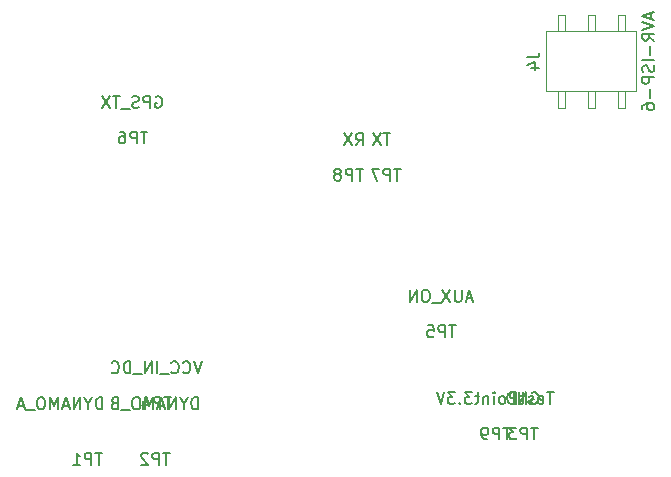
<source format=gbr>
G04 #@! TF.GenerationSoftware,KiCad,Pcbnew,(5.0.1-3-g963ef8bb5)*
G04 #@! TF.CreationDate,2020-09-15T14:43:14+02:00*
G04 #@! TF.ProjectId,trackix,747261636B69782E6B696361645F7063,rev?*
G04 #@! TF.SameCoordinates,Original*
G04 #@! TF.FileFunction,Other,Fab,Bot*
%FSLAX46Y46*%
G04 Gerber Fmt 4.6, Leading zero omitted, Abs format (unit mm)*
G04 Created by KiCad (PCBNEW (5.0.1-3-g963ef8bb5)) date 2020 September 15, Tuesday 14:43:14*
%MOMM*%
%LPD*%
G01*
G04 APERTURE LIST*
%ADD10C,0.100000*%
%ADD11C,0.150000*%
G04 APERTURE END LIST*
D10*
G04 #@! TO.C,J4*
X190220000Y-101620000D02*
X190220000Y-100240000D01*
X190860000Y-101620000D02*
X190220000Y-101620000D01*
X190860000Y-100240000D02*
X190860000Y-101620000D01*
X190220000Y-100240000D02*
X190860000Y-100240000D01*
X190220000Y-93780000D02*
X190220000Y-95160000D01*
X190860000Y-93780000D02*
X190220000Y-93780000D01*
X190860000Y-95160000D02*
X190860000Y-93780000D01*
X190220000Y-95160000D02*
X190860000Y-95160000D01*
X187680000Y-101620000D02*
X187680000Y-100240000D01*
X188320000Y-101620000D02*
X187680000Y-101620000D01*
X188320000Y-100240000D02*
X188320000Y-101620000D01*
X187680000Y-100240000D02*
X188320000Y-100240000D01*
X187680000Y-93780000D02*
X187680000Y-95160000D01*
X188320000Y-93780000D02*
X187680000Y-93780000D01*
X188320000Y-95160000D02*
X188320000Y-93780000D01*
X187680000Y-95160000D02*
X188320000Y-95160000D01*
X185140000Y-101620000D02*
X185140000Y-100240000D01*
X185780000Y-101620000D02*
X185140000Y-101620000D01*
X185780000Y-100240000D02*
X185780000Y-101620000D01*
X185140000Y-100240000D02*
X185780000Y-100240000D01*
X185140000Y-93780000D02*
X185140000Y-95160000D01*
X185780000Y-93780000D02*
X185140000Y-93780000D01*
X185780000Y-95160000D02*
X185780000Y-93780000D01*
X185140000Y-95160000D02*
X185780000Y-95160000D01*
X184190000Y-100240000D02*
X184190000Y-95160000D01*
X191810000Y-100240000D02*
X184190000Y-100240000D01*
X191810000Y-95160000D02*
X191810000Y-100240000D01*
X184190000Y-95160000D02*
X191810000Y-95160000D01*
G04 #@! TD*
G04 #@! TO.C,TP2*
D11*
X154669047Y-127152380D02*
X154669047Y-126152380D01*
X154430952Y-126152380D01*
X154288095Y-126200000D01*
X154192857Y-126295238D01*
X154145238Y-126390476D01*
X154097619Y-126580952D01*
X154097619Y-126723809D01*
X154145238Y-126914285D01*
X154192857Y-127009523D01*
X154288095Y-127104761D01*
X154430952Y-127152380D01*
X154669047Y-127152380D01*
X153478571Y-126676190D02*
X153478571Y-127152380D01*
X153811904Y-126152380D02*
X153478571Y-126676190D01*
X153145238Y-126152380D01*
X152811904Y-127152380D02*
X152811904Y-126152380D01*
X152240476Y-127152380D01*
X152240476Y-126152380D01*
X151811904Y-126866666D02*
X151335714Y-126866666D01*
X151907142Y-127152380D02*
X151573809Y-126152380D01*
X151240476Y-127152380D01*
X150907142Y-127152380D02*
X150907142Y-126152380D01*
X150573809Y-126866666D01*
X150240476Y-126152380D01*
X150240476Y-127152380D01*
X149573809Y-126152380D02*
X149383333Y-126152380D01*
X149288095Y-126200000D01*
X149192857Y-126295238D01*
X149145238Y-126485714D01*
X149145238Y-126819047D01*
X149192857Y-127009523D01*
X149288095Y-127104761D01*
X149383333Y-127152380D01*
X149573809Y-127152380D01*
X149669047Y-127104761D01*
X149764285Y-127009523D01*
X149811904Y-126819047D01*
X149811904Y-126485714D01*
X149764285Y-126295238D01*
X149669047Y-126200000D01*
X149573809Y-126152380D01*
X148954761Y-127247619D02*
X148192857Y-127247619D01*
X147621428Y-126628571D02*
X147478571Y-126676190D01*
X147430952Y-126723809D01*
X147383333Y-126819047D01*
X147383333Y-126961904D01*
X147430952Y-127057142D01*
X147478571Y-127104761D01*
X147573809Y-127152380D01*
X147954761Y-127152380D01*
X147954761Y-126152380D01*
X147621428Y-126152380D01*
X147526190Y-126200000D01*
X147478571Y-126247619D01*
X147430952Y-126342857D01*
X147430952Y-126438095D01*
X147478571Y-126533333D01*
X147526190Y-126580952D01*
X147621428Y-126628571D01*
X147954761Y-126628571D01*
X152311904Y-130852380D02*
X151740476Y-130852380D01*
X152026190Y-131852380D02*
X152026190Y-130852380D01*
X151407142Y-131852380D02*
X151407142Y-130852380D01*
X151026190Y-130852380D01*
X150930952Y-130900000D01*
X150883333Y-130947619D01*
X150835714Y-131042857D01*
X150835714Y-131185714D01*
X150883333Y-131280952D01*
X150930952Y-131328571D01*
X151026190Y-131376190D01*
X151407142Y-131376190D01*
X150454761Y-130947619D02*
X150407142Y-130900000D01*
X150311904Y-130852380D01*
X150073809Y-130852380D01*
X149978571Y-130900000D01*
X149930952Y-130947619D01*
X149883333Y-131042857D01*
X149883333Y-131138095D01*
X149930952Y-131280952D01*
X150502380Y-131852380D01*
X149883333Y-131852380D01*
G04 #@! TO.C,TP1*
X146597619Y-127152380D02*
X146597619Y-126152380D01*
X146359523Y-126152380D01*
X146216666Y-126200000D01*
X146121428Y-126295238D01*
X146073809Y-126390476D01*
X146026190Y-126580952D01*
X146026190Y-126723809D01*
X146073809Y-126914285D01*
X146121428Y-127009523D01*
X146216666Y-127104761D01*
X146359523Y-127152380D01*
X146597619Y-127152380D01*
X145407142Y-126676190D02*
X145407142Y-127152380D01*
X145740476Y-126152380D02*
X145407142Y-126676190D01*
X145073809Y-126152380D01*
X144740476Y-127152380D02*
X144740476Y-126152380D01*
X144169047Y-127152380D01*
X144169047Y-126152380D01*
X143740476Y-126866666D02*
X143264285Y-126866666D01*
X143835714Y-127152380D02*
X143502380Y-126152380D01*
X143169047Y-127152380D01*
X142835714Y-127152380D02*
X142835714Y-126152380D01*
X142502380Y-126866666D01*
X142169047Y-126152380D01*
X142169047Y-127152380D01*
X141502380Y-126152380D02*
X141311904Y-126152380D01*
X141216666Y-126200000D01*
X141121428Y-126295238D01*
X141073809Y-126485714D01*
X141073809Y-126819047D01*
X141121428Y-127009523D01*
X141216666Y-127104761D01*
X141311904Y-127152380D01*
X141502380Y-127152380D01*
X141597619Y-127104761D01*
X141692857Y-127009523D01*
X141740476Y-126819047D01*
X141740476Y-126485714D01*
X141692857Y-126295238D01*
X141597619Y-126200000D01*
X141502380Y-126152380D01*
X140883333Y-127247619D02*
X140121428Y-127247619D01*
X139930952Y-126866666D02*
X139454761Y-126866666D01*
X140026190Y-127152380D02*
X139692857Y-126152380D01*
X139359523Y-127152380D01*
X146561904Y-130852380D02*
X145990476Y-130852380D01*
X146276190Y-131852380D02*
X146276190Y-130852380D01*
X145657142Y-131852380D02*
X145657142Y-130852380D01*
X145276190Y-130852380D01*
X145180952Y-130900000D01*
X145133333Y-130947619D01*
X145085714Y-131042857D01*
X145085714Y-131185714D01*
X145133333Y-131280952D01*
X145180952Y-131328571D01*
X145276190Y-131376190D01*
X145657142Y-131376190D01*
X144133333Y-131852380D02*
X144704761Y-131852380D01*
X144419047Y-131852380D02*
X144419047Y-130852380D01*
X144514285Y-130995238D01*
X144609523Y-131090476D01*
X144704761Y-131138095D01*
G04 #@! TO.C,J4*
X193036666Y-93604761D02*
X193036666Y-94080952D01*
X193322380Y-93509523D02*
X192322380Y-93842857D01*
X193322380Y-94176190D01*
X192322380Y-94366666D02*
X193322380Y-94700000D01*
X192322380Y-95033333D01*
X193322380Y-95938095D02*
X192846190Y-95604761D01*
X193322380Y-95366666D02*
X192322380Y-95366666D01*
X192322380Y-95747619D01*
X192370000Y-95842857D01*
X192417619Y-95890476D01*
X192512857Y-95938095D01*
X192655714Y-95938095D01*
X192750952Y-95890476D01*
X192798571Y-95842857D01*
X192846190Y-95747619D01*
X192846190Y-95366666D01*
X192941428Y-96366666D02*
X192941428Y-97128571D01*
X193322380Y-97604761D02*
X192322380Y-97604761D01*
X193274761Y-98033333D02*
X193322380Y-98176190D01*
X193322380Y-98414285D01*
X193274761Y-98509523D01*
X193227142Y-98557142D01*
X193131904Y-98604761D01*
X193036666Y-98604761D01*
X192941428Y-98557142D01*
X192893809Y-98509523D01*
X192846190Y-98414285D01*
X192798571Y-98223809D01*
X192750952Y-98128571D01*
X192703333Y-98080952D01*
X192608095Y-98033333D01*
X192512857Y-98033333D01*
X192417619Y-98080952D01*
X192370000Y-98128571D01*
X192322380Y-98223809D01*
X192322380Y-98461904D01*
X192370000Y-98604761D01*
X193322380Y-99033333D02*
X192322380Y-99033333D01*
X192322380Y-99414285D01*
X192370000Y-99509523D01*
X192417619Y-99557142D01*
X192512857Y-99604761D01*
X192655714Y-99604761D01*
X192750952Y-99557142D01*
X192798571Y-99509523D01*
X192846190Y-99414285D01*
X192846190Y-99033333D01*
X192941428Y-100033333D02*
X192941428Y-100795238D01*
X192322380Y-101700000D02*
X192322380Y-101509523D01*
X192370000Y-101414285D01*
X192417619Y-101366666D01*
X192560476Y-101271428D01*
X192750952Y-101223809D01*
X193131904Y-101223809D01*
X193227142Y-101271428D01*
X193274761Y-101319047D01*
X193322380Y-101414285D01*
X193322380Y-101604761D01*
X193274761Y-101700000D01*
X193227142Y-101747619D01*
X193131904Y-101795238D01*
X192893809Y-101795238D01*
X192798571Y-101747619D01*
X192750952Y-101700000D01*
X192703333Y-101604761D01*
X192703333Y-101414285D01*
X192750952Y-101319047D01*
X192798571Y-101271428D01*
X192893809Y-101223809D01*
X182582380Y-97366666D02*
X183296666Y-97366666D01*
X183439523Y-97319047D01*
X183534761Y-97223809D01*
X183582380Y-97080952D01*
X183582380Y-96985714D01*
X182915714Y-98271428D02*
X183582380Y-98271428D01*
X182534761Y-98033333D02*
X183249047Y-97795238D01*
X183249047Y-98414285D01*
G04 #@! TO.C,TP3*
X182961904Y-125750000D02*
X183057142Y-125702380D01*
X183200000Y-125702380D01*
X183342857Y-125750000D01*
X183438095Y-125845238D01*
X183485714Y-125940476D01*
X183533333Y-126130952D01*
X183533333Y-126273809D01*
X183485714Y-126464285D01*
X183438095Y-126559523D01*
X183342857Y-126654761D01*
X183200000Y-126702380D01*
X183104761Y-126702380D01*
X182961904Y-126654761D01*
X182914285Y-126607142D01*
X182914285Y-126273809D01*
X183104761Y-126273809D01*
X182485714Y-126702380D02*
X182485714Y-125702380D01*
X181914285Y-126702380D01*
X181914285Y-125702380D01*
X181438095Y-126702380D02*
X181438095Y-125702380D01*
X181200000Y-125702380D01*
X181057142Y-125750000D01*
X180961904Y-125845238D01*
X180914285Y-125940476D01*
X180866666Y-126130952D01*
X180866666Y-126273809D01*
X180914285Y-126464285D01*
X180961904Y-126559523D01*
X181057142Y-126654761D01*
X181200000Y-126702380D01*
X181438095Y-126702380D01*
X183461904Y-128702380D02*
X182890476Y-128702380D01*
X183176190Y-129702380D02*
X183176190Y-128702380D01*
X182557142Y-129702380D02*
X182557142Y-128702380D01*
X182176190Y-128702380D01*
X182080952Y-128750000D01*
X182033333Y-128797619D01*
X181985714Y-128892857D01*
X181985714Y-129035714D01*
X182033333Y-129130952D01*
X182080952Y-129178571D01*
X182176190Y-129226190D01*
X182557142Y-129226190D01*
X181652380Y-128702380D02*
X181033333Y-128702380D01*
X181366666Y-129083333D01*
X181223809Y-129083333D01*
X181128571Y-129130952D01*
X181080952Y-129178571D01*
X181033333Y-129273809D01*
X181033333Y-129511904D01*
X181080952Y-129607142D01*
X181128571Y-129654761D01*
X181223809Y-129702380D01*
X181509523Y-129702380D01*
X181604761Y-129654761D01*
X181652380Y-129607142D01*
G04 #@! TO.C,TP4*
X155007142Y-123102380D02*
X154673809Y-124102380D01*
X154340476Y-123102380D01*
X153435714Y-124007142D02*
X153483333Y-124054761D01*
X153626190Y-124102380D01*
X153721428Y-124102380D01*
X153864285Y-124054761D01*
X153959523Y-123959523D01*
X154007142Y-123864285D01*
X154054761Y-123673809D01*
X154054761Y-123530952D01*
X154007142Y-123340476D01*
X153959523Y-123245238D01*
X153864285Y-123150000D01*
X153721428Y-123102380D01*
X153626190Y-123102380D01*
X153483333Y-123150000D01*
X153435714Y-123197619D01*
X152435714Y-124007142D02*
X152483333Y-124054761D01*
X152626190Y-124102380D01*
X152721428Y-124102380D01*
X152864285Y-124054761D01*
X152959523Y-123959523D01*
X153007142Y-123864285D01*
X153054761Y-123673809D01*
X153054761Y-123530952D01*
X153007142Y-123340476D01*
X152959523Y-123245238D01*
X152864285Y-123150000D01*
X152721428Y-123102380D01*
X152626190Y-123102380D01*
X152483333Y-123150000D01*
X152435714Y-123197619D01*
X152245238Y-124197619D02*
X151483333Y-124197619D01*
X151245238Y-124102380D02*
X151245238Y-123102380D01*
X150769047Y-124102380D02*
X150769047Y-123102380D01*
X150197619Y-124102380D01*
X150197619Y-123102380D01*
X149959523Y-124197619D02*
X149197619Y-124197619D01*
X148959523Y-124102380D02*
X148959523Y-123102380D01*
X148721428Y-123102380D01*
X148578571Y-123150000D01*
X148483333Y-123245238D01*
X148435714Y-123340476D01*
X148388095Y-123530952D01*
X148388095Y-123673809D01*
X148435714Y-123864285D01*
X148483333Y-123959523D01*
X148578571Y-124054761D01*
X148721428Y-124102380D01*
X148959523Y-124102380D01*
X147388095Y-124007142D02*
X147435714Y-124054761D01*
X147578571Y-124102380D01*
X147673809Y-124102380D01*
X147816666Y-124054761D01*
X147911904Y-123959523D01*
X147959523Y-123864285D01*
X148007142Y-123673809D01*
X148007142Y-123530952D01*
X147959523Y-123340476D01*
X147911904Y-123245238D01*
X147816666Y-123150000D01*
X147673809Y-123102380D01*
X147578571Y-123102380D01*
X147435714Y-123150000D01*
X147388095Y-123197619D01*
X152411904Y-126102380D02*
X151840476Y-126102380D01*
X152126190Y-127102380D02*
X152126190Y-126102380D01*
X151507142Y-127102380D02*
X151507142Y-126102380D01*
X151126190Y-126102380D01*
X151030952Y-126150000D01*
X150983333Y-126197619D01*
X150935714Y-126292857D01*
X150935714Y-126435714D01*
X150983333Y-126530952D01*
X151030952Y-126578571D01*
X151126190Y-126626190D01*
X151507142Y-126626190D01*
X150078571Y-126435714D02*
X150078571Y-127102380D01*
X150316666Y-126054761D02*
X150554761Y-126769047D01*
X149935714Y-126769047D01*
G04 #@! TO.C,TP5*
X177916666Y-117766666D02*
X177440476Y-117766666D01*
X178011904Y-118052380D02*
X177678571Y-117052380D01*
X177345238Y-118052380D01*
X177011904Y-117052380D02*
X177011904Y-117861904D01*
X176964285Y-117957142D01*
X176916666Y-118004761D01*
X176821428Y-118052380D01*
X176630952Y-118052380D01*
X176535714Y-118004761D01*
X176488095Y-117957142D01*
X176440476Y-117861904D01*
X176440476Y-117052380D01*
X176059523Y-117052380D02*
X175392857Y-118052380D01*
X175392857Y-117052380D02*
X176059523Y-118052380D01*
X175250000Y-118147619D02*
X174488095Y-118147619D01*
X174059523Y-117052380D02*
X173869047Y-117052380D01*
X173773809Y-117100000D01*
X173678571Y-117195238D01*
X173630952Y-117385714D01*
X173630952Y-117719047D01*
X173678571Y-117909523D01*
X173773809Y-118004761D01*
X173869047Y-118052380D01*
X174059523Y-118052380D01*
X174154761Y-118004761D01*
X174250000Y-117909523D01*
X174297619Y-117719047D01*
X174297619Y-117385714D01*
X174250000Y-117195238D01*
X174154761Y-117100000D01*
X174059523Y-117052380D01*
X173202380Y-118052380D02*
X173202380Y-117052380D01*
X172630952Y-118052380D01*
X172630952Y-117052380D01*
X176511904Y-120052380D02*
X175940476Y-120052380D01*
X176226190Y-121052380D02*
X176226190Y-120052380D01*
X175607142Y-121052380D02*
X175607142Y-120052380D01*
X175226190Y-120052380D01*
X175130952Y-120100000D01*
X175083333Y-120147619D01*
X175035714Y-120242857D01*
X175035714Y-120385714D01*
X175083333Y-120480952D01*
X175130952Y-120528571D01*
X175226190Y-120576190D01*
X175607142Y-120576190D01*
X174130952Y-120052380D02*
X174607142Y-120052380D01*
X174654761Y-120528571D01*
X174607142Y-120480952D01*
X174511904Y-120433333D01*
X174273809Y-120433333D01*
X174178571Y-120480952D01*
X174130952Y-120528571D01*
X174083333Y-120623809D01*
X174083333Y-120861904D01*
X174130952Y-120957142D01*
X174178571Y-121004761D01*
X174273809Y-121052380D01*
X174511904Y-121052380D01*
X174607142Y-121004761D01*
X174654761Y-120957142D01*
G04 #@! TO.C,TP6*
X151102380Y-100700000D02*
X151197619Y-100652380D01*
X151340476Y-100652380D01*
X151483333Y-100700000D01*
X151578571Y-100795238D01*
X151626190Y-100890476D01*
X151673809Y-101080952D01*
X151673809Y-101223809D01*
X151626190Y-101414285D01*
X151578571Y-101509523D01*
X151483333Y-101604761D01*
X151340476Y-101652380D01*
X151245238Y-101652380D01*
X151102380Y-101604761D01*
X151054761Y-101557142D01*
X151054761Y-101223809D01*
X151245238Y-101223809D01*
X150626190Y-101652380D02*
X150626190Y-100652380D01*
X150245238Y-100652380D01*
X150150000Y-100700000D01*
X150102380Y-100747619D01*
X150054761Y-100842857D01*
X150054761Y-100985714D01*
X150102380Y-101080952D01*
X150150000Y-101128571D01*
X150245238Y-101176190D01*
X150626190Y-101176190D01*
X149673809Y-101604761D02*
X149530952Y-101652380D01*
X149292857Y-101652380D01*
X149197619Y-101604761D01*
X149150000Y-101557142D01*
X149102380Y-101461904D01*
X149102380Y-101366666D01*
X149150000Y-101271428D01*
X149197619Y-101223809D01*
X149292857Y-101176190D01*
X149483333Y-101128571D01*
X149578571Y-101080952D01*
X149626190Y-101033333D01*
X149673809Y-100938095D01*
X149673809Y-100842857D01*
X149626190Y-100747619D01*
X149578571Y-100700000D01*
X149483333Y-100652380D01*
X149245238Y-100652380D01*
X149102380Y-100700000D01*
X148911904Y-101747619D02*
X148150000Y-101747619D01*
X148054761Y-100652380D02*
X147483333Y-100652380D01*
X147769047Y-101652380D02*
X147769047Y-100652380D01*
X147245238Y-100652380D02*
X146578571Y-101652380D01*
X146578571Y-100652380D02*
X147245238Y-101652380D01*
X150411904Y-103652380D02*
X149840476Y-103652380D01*
X150126190Y-104652380D02*
X150126190Y-103652380D01*
X149507142Y-104652380D02*
X149507142Y-103652380D01*
X149126190Y-103652380D01*
X149030952Y-103700000D01*
X148983333Y-103747619D01*
X148935714Y-103842857D01*
X148935714Y-103985714D01*
X148983333Y-104080952D01*
X149030952Y-104128571D01*
X149126190Y-104176190D01*
X149507142Y-104176190D01*
X148078571Y-103652380D02*
X148269047Y-103652380D01*
X148364285Y-103700000D01*
X148411904Y-103747619D01*
X148507142Y-103890476D01*
X148554761Y-104080952D01*
X148554761Y-104461904D01*
X148507142Y-104557142D01*
X148459523Y-104604761D01*
X148364285Y-104652380D01*
X148173809Y-104652380D01*
X148078571Y-104604761D01*
X148030952Y-104557142D01*
X147983333Y-104461904D01*
X147983333Y-104223809D01*
X148030952Y-104128571D01*
X148078571Y-104080952D01*
X148173809Y-104033333D01*
X148364285Y-104033333D01*
X148459523Y-104080952D01*
X148507142Y-104128571D01*
X148554761Y-104223809D01*
G04 #@! TO.C,TP7*
X170961904Y-103802380D02*
X170390476Y-103802380D01*
X170676190Y-104802380D02*
X170676190Y-103802380D01*
X170152380Y-103802380D02*
X169485714Y-104802380D01*
X169485714Y-103802380D02*
X170152380Y-104802380D01*
X171861904Y-106802380D02*
X171290476Y-106802380D01*
X171576190Y-107802380D02*
X171576190Y-106802380D01*
X170957142Y-107802380D02*
X170957142Y-106802380D01*
X170576190Y-106802380D01*
X170480952Y-106850000D01*
X170433333Y-106897619D01*
X170385714Y-106992857D01*
X170385714Y-107135714D01*
X170433333Y-107230952D01*
X170480952Y-107278571D01*
X170576190Y-107326190D01*
X170957142Y-107326190D01*
X170052380Y-106802380D02*
X169385714Y-106802380D01*
X169814285Y-107802380D01*
G04 #@! TO.C,TP8*
X168066666Y-104802380D02*
X168400000Y-104326190D01*
X168638095Y-104802380D02*
X168638095Y-103802380D01*
X168257142Y-103802380D01*
X168161904Y-103850000D01*
X168114285Y-103897619D01*
X168066666Y-103992857D01*
X168066666Y-104135714D01*
X168114285Y-104230952D01*
X168161904Y-104278571D01*
X168257142Y-104326190D01*
X168638095Y-104326190D01*
X167733333Y-103802380D02*
X167066666Y-104802380D01*
X167066666Y-103802380D02*
X167733333Y-104802380D01*
X168661904Y-106802380D02*
X168090476Y-106802380D01*
X168376190Y-107802380D02*
X168376190Y-106802380D01*
X167757142Y-107802380D02*
X167757142Y-106802380D01*
X167376190Y-106802380D01*
X167280952Y-106850000D01*
X167233333Y-106897619D01*
X167185714Y-106992857D01*
X167185714Y-107135714D01*
X167233333Y-107230952D01*
X167280952Y-107278571D01*
X167376190Y-107326190D01*
X167757142Y-107326190D01*
X166614285Y-107230952D02*
X166709523Y-107183333D01*
X166757142Y-107135714D01*
X166804761Y-107040476D01*
X166804761Y-106992857D01*
X166757142Y-106897619D01*
X166709523Y-106850000D01*
X166614285Y-106802380D01*
X166423809Y-106802380D01*
X166328571Y-106850000D01*
X166280952Y-106897619D01*
X166233333Y-106992857D01*
X166233333Y-107040476D01*
X166280952Y-107135714D01*
X166328571Y-107183333D01*
X166423809Y-107230952D01*
X166614285Y-107230952D01*
X166709523Y-107278571D01*
X166757142Y-107326190D01*
X166804761Y-107421428D01*
X166804761Y-107611904D01*
X166757142Y-107707142D01*
X166709523Y-107754761D01*
X166614285Y-107802380D01*
X166423809Y-107802380D01*
X166328571Y-107754761D01*
X166280952Y-107707142D01*
X166233333Y-107611904D01*
X166233333Y-107421428D01*
X166280952Y-107326190D01*
X166328571Y-107278571D01*
X166423809Y-107230952D01*
G04 #@! TO.C,TP9*
X184802380Y-125702380D02*
X184230952Y-125702380D01*
X184516666Y-126702380D02*
X184516666Y-125702380D01*
X183516666Y-126654761D02*
X183611904Y-126702380D01*
X183802380Y-126702380D01*
X183897619Y-126654761D01*
X183945238Y-126559523D01*
X183945238Y-126178571D01*
X183897619Y-126083333D01*
X183802380Y-126035714D01*
X183611904Y-126035714D01*
X183516666Y-126083333D01*
X183469047Y-126178571D01*
X183469047Y-126273809D01*
X183945238Y-126369047D01*
X183088095Y-126654761D02*
X182992857Y-126702380D01*
X182802380Y-126702380D01*
X182707142Y-126654761D01*
X182659523Y-126559523D01*
X182659523Y-126511904D01*
X182707142Y-126416666D01*
X182802380Y-126369047D01*
X182945238Y-126369047D01*
X183040476Y-126321428D01*
X183088095Y-126226190D01*
X183088095Y-126178571D01*
X183040476Y-126083333D01*
X182945238Y-126035714D01*
X182802380Y-126035714D01*
X182707142Y-126083333D01*
X182373809Y-126035714D02*
X181992857Y-126035714D01*
X182230952Y-125702380D02*
X182230952Y-126559523D01*
X182183333Y-126654761D01*
X182088095Y-126702380D01*
X181992857Y-126702380D01*
X181659523Y-126702380D02*
X181659523Y-125702380D01*
X181278571Y-125702380D01*
X181183333Y-125750000D01*
X181135714Y-125797619D01*
X181088095Y-125892857D01*
X181088095Y-126035714D01*
X181135714Y-126130952D01*
X181183333Y-126178571D01*
X181278571Y-126226190D01*
X181659523Y-126226190D01*
X180516666Y-126702380D02*
X180611904Y-126654761D01*
X180659523Y-126607142D01*
X180707142Y-126511904D01*
X180707142Y-126226190D01*
X180659523Y-126130952D01*
X180611904Y-126083333D01*
X180516666Y-126035714D01*
X180373809Y-126035714D01*
X180278571Y-126083333D01*
X180230952Y-126130952D01*
X180183333Y-126226190D01*
X180183333Y-126511904D01*
X180230952Y-126607142D01*
X180278571Y-126654761D01*
X180373809Y-126702380D01*
X180516666Y-126702380D01*
X179754761Y-126702380D02*
X179754761Y-126035714D01*
X179754761Y-125702380D02*
X179802380Y-125750000D01*
X179754761Y-125797619D01*
X179707142Y-125750000D01*
X179754761Y-125702380D01*
X179754761Y-125797619D01*
X179278571Y-126035714D02*
X179278571Y-126702380D01*
X179278571Y-126130952D02*
X179230952Y-126083333D01*
X179135714Y-126035714D01*
X178992857Y-126035714D01*
X178897619Y-126083333D01*
X178850000Y-126178571D01*
X178850000Y-126702380D01*
X178516666Y-126035714D02*
X178135714Y-126035714D01*
X178373809Y-125702380D02*
X178373809Y-126559523D01*
X178326190Y-126654761D01*
X178230952Y-126702380D01*
X178135714Y-126702380D01*
X177897619Y-125702380D02*
X177278571Y-125702380D01*
X177611904Y-126083333D01*
X177469047Y-126083333D01*
X177373809Y-126130952D01*
X177326190Y-126178571D01*
X177278571Y-126273809D01*
X177278571Y-126511904D01*
X177326190Y-126607142D01*
X177373809Y-126654761D01*
X177469047Y-126702380D01*
X177754761Y-126702380D01*
X177850000Y-126654761D01*
X177897619Y-126607142D01*
X176850000Y-126607142D02*
X176802380Y-126654761D01*
X176850000Y-126702380D01*
X176897619Y-126654761D01*
X176850000Y-126607142D01*
X176850000Y-126702380D01*
X176469047Y-125702380D02*
X175850000Y-125702380D01*
X176183333Y-126083333D01*
X176040476Y-126083333D01*
X175945238Y-126130952D01*
X175897619Y-126178571D01*
X175850000Y-126273809D01*
X175850000Y-126511904D01*
X175897619Y-126607142D01*
X175945238Y-126654761D01*
X176040476Y-126702380D01*
X176326190Y-126702380D01*
X176421428Y-126654761D01*
X176469047Y-126607142D01*
X175564285Y-125702380D02*
X175230952Y-126702380D01*
X174897619Y-125702380D01*
X181111904Y-128702380D02*
X180540476Y-128702380D01*
X180826190Y-129702380D02*
X180826190Y-128702380D01*
X180207142Y-129702380D02*
X180207142Y-128702380D01*
X179826190Y-128702380D01*
X179730952Y-128750000D01*
X179683333Y-128797619D01*
X179635714Y-128892857D01*
X179635714Y-129035714D01*
X179683333Y-129130952D01*
X179730952Y-129178571D01*
X179826190Y-129226190D01*
X180207142Y-129226190D01*
X179159523Y-129702380D02*
X178969047Y-129702380D01*
X178873809Y-129654761D01*
X178826190Y-129607142D01*
X178730952Y-129464285D01*
X178683333Y-129273809D01*
X178683333Y-128892857D01*
X178730952Y-128797619D01*
X178778571Y-128750000D01*
X178873809Y-128702380D01*
X179064285Y-128702380D01*
X179159523Y-128750000D01*
X179207142Y-128797619D01*
X179254761Y-128892857D01*
X179254761Y-129130952D01*
X179207142Y-129226190D01*
X179159523Y-129273809D01*
X179064285Y-129321428D01*
X178873809Y-129321428D01*
X178778571Y-129273809D01*
X178730952Y-129226190D01*
X178683333Y-129130952D01*
G04 #@! TD*
M02*

</source>
